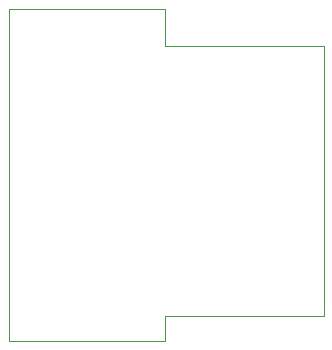
<source format=gm1>
G04 #@! TF.GenerationSoftware,KiCad,Pcbnew,(6.0.0)*
G04 #@! TF.CreationDate,2022-02-22T08:31:50+01:00*
G04 #@! TF.ProjectId,FilterDaughterboard,46696c74-6572-4446-9175-676874657262,rev?*
G04 #@! TF.SameCoordinates,Original*
G04 #@! TF.FileFunction,Profile,NP*
%FSLAX46Y46*%
G04 Gerber Fmt 4.6, Leading zero omitted, Abs format (unit mm)*
G04 Created by KiCad (PCBNEW (6.0.0)) date 2022-02-22 08:31:50*
%MOMM*%
%LPD*%
G01*
G04 APERTURE LIST*
G04 #@! TA.AperFunction,Profile*
%ADD10C,0.100000*%
G04 #@! TD*
G04 APERTURE END LIST*
D10*
X96596200Y-126517400D02*
X110058200Y-126517400D01*
X96596200Y-149377400D02*
X96596200Y-151536400D01*
X110058200Y-149377400D02*
X96596200Y-149377400D01*
X83388200Y-151536400D02*
X83388200Y-123393200D01*
X83388200Y-123393200D02*
X96596200Y-123393200D01*
X96596200Y-151536400D02*
X83388200Y-151536400D01*
X110058200Y-126517400D02*
X110058200Y-149377400D01*
X96596200Y-123393200D02*
X96596200Y-126517400D01*
M02*

</source>
